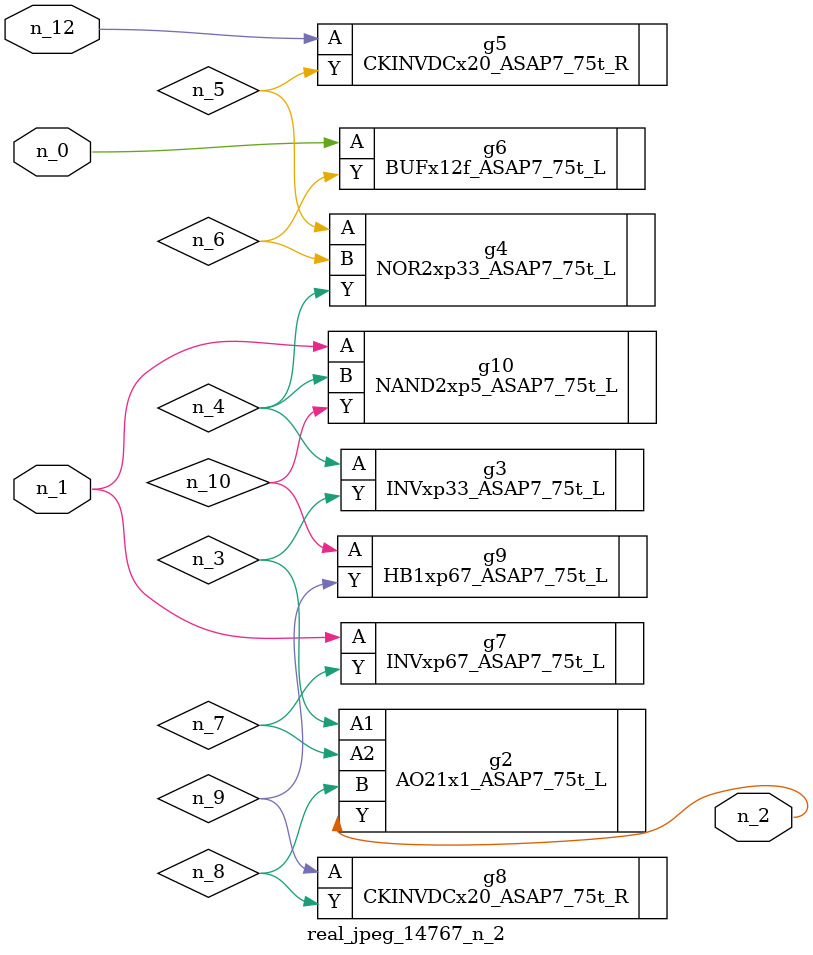
<source format=v>
module real_jpeg_14767_n_2 (n_12, n_1, n_0, n_2);

input n_12;
input n_1;
input n_0;

output n_2;

wire n_5;
wire n_4;
wire n_8;
wire n_6;
wire n_7;
wire n_3;
wire n_10;
wire n_9;

BUFx12f_ASAP7_75t_L g6 ( 
.A(n_0),
.Y(n_6)
);

INVxp67_ASAP7_75t_L g7 ( 
.A(n_1),
.Y(n_7)
);

NAND2xp5_ASAP7_75t_L g10 ( 
.A(n_1),
.B(n_4),
.Y(n_10)
);

AO21x1_ASAP7_75t_L g2 ( 
.A1(n_3),
.A2(n_7),
.B(n_8),
.Y(n_2)
);

INVxp33_ASAP7_75t_L g3 ( 
.A(n_4),
.Y(n_3)
);

NOR2xp33_ASAP7_75t_L g4 ( 
.A(n_5),
.B(n_6),
.Y(n_4)
);

CKINVDCx20_ASAP7_75t_R g8 ( 
.A(n_9),
.Y(n_8)
);

HB1xp67_ASAP7_75t_L g9 ( 
.A(n_10),
.Y(n_9)
);

CKINVDCx20_ASAP7_75t_R g5 ( 
.A(n_12),
.Y(n_5)
);


endmodule
</source>
